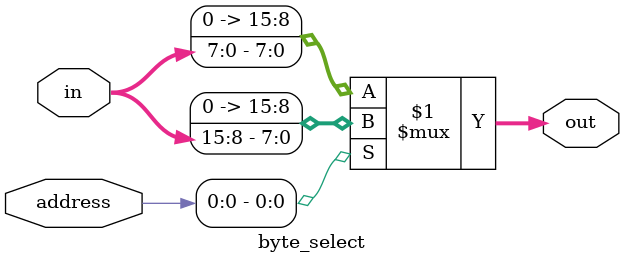
<source format=sv>
module byte_select #(parameter width = 16)
(

	input [width-1:0] in,address,
	output logic [width-1:0] out 
);

assign out = address[0] ? $unsigned({8'b00000000,in[15:8]}) : $unsigned({8'b00000000,in[7:0]}) ;

endmodule : byte_select
</source>
